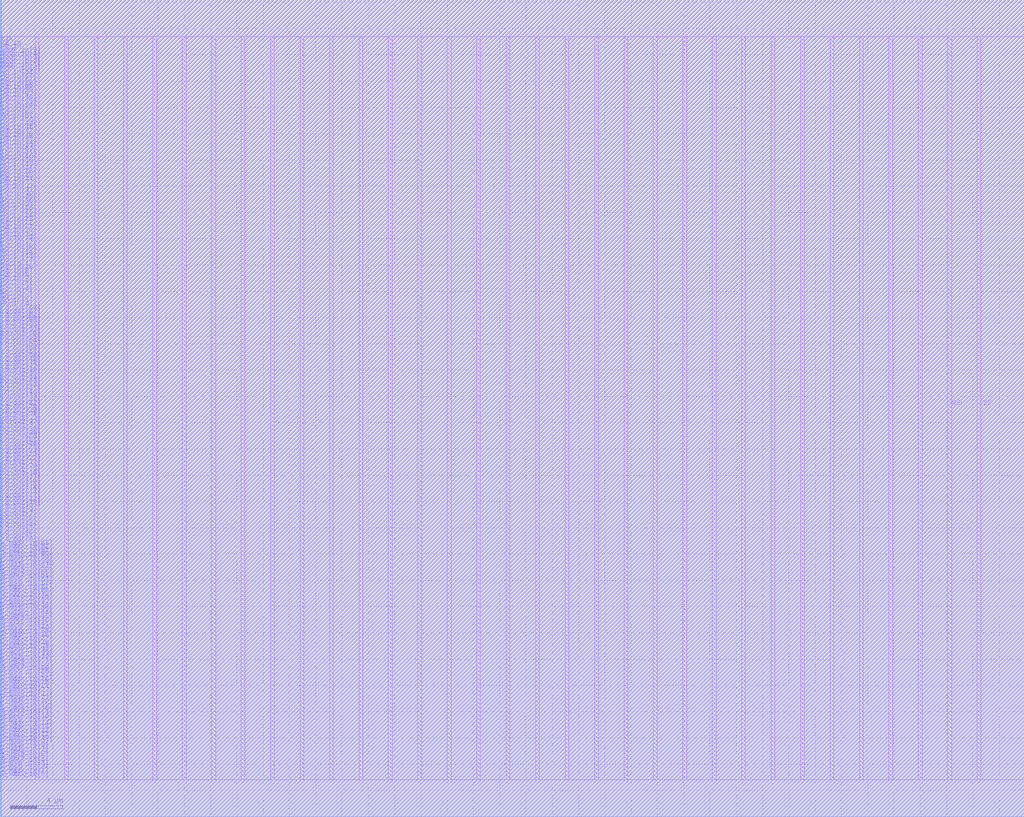
<source format=lef>
VERSION 5.7 ;
BUSBITCHARS "[]" ;
MACRO fakeram45_64x64_upper
  FOREIGN fakeram45_64x64_upper 0 0 ;
  SYMMETRY X Y R90 ;
  SIZE 77.900 BY 62.200 ;
  CLASS BLOCK ;
  PIN w_mask_in[0]
    DIRECTION INPUT ;
    USE SIGNAL ;
    SHAPE ABUTMENT ;
    PORT
      LAYER M18 ;
      RECT 0.000 2.800 0.070 2.870 ;
    END
  END w_mask_in[0]
  PIN w_mask_in[1]
    DIRECTION INPUT ;
    USE SIGNAL ;
    SHAPE ABUTMENT ;
    PORT
      LAYER M18 ;
      RECT 0.000 3.080 0.070 3.150 ;
    END
  END w_mask_in[1]
  PIN w_mask_in[2]
    DIRECTION INPUT ;
    USE SIGNAL ;
    SHAPE ABUTMENT ;
    PORT
      LAYER M18 ;
      RECT 0.000 3.360 0.070 3.430 ;
    END
  END w_mask_in[2]
  PIN w_mask_in[3]
    DIRECTION INPUT ;
    USE SIGNAL ;
    SHAPE ABUTMENT ;
    PORT
      LAYER M18 ;
      RECT 0.000 3.640 0.070 3.710 ;
    END
  END w_mask_in[3]
  PIN w_mask_in[4]
    DIRECTION INPUT ;
    USE SIGNAL ;
    SHAPE ABUTMENT ;
    PORT
      LAYER M18 ;
      RECT 0.000 3.920 0.070 3.990 ;
    END
  END w_mask_in[4]
  PIN w_mask_in[5]
    DIRECTION INPUT ;
    USE SIGNAL ;
    SHAPE ABUTMENT ;
    PORT
      LAYER M18 ;
      RECT 0.000 4.200 0.070 4.270 ;
    END
  END w_mask_in[5]
  PIN w_mask_in[6]
    DIRECTION INPUT ;
    USE SIGNAL ;
    SHAPE ABUTMENT ;
    PORT
      LAYER M18 ;
      RECT 0.000 4.480 0.070 4.550 ;
    END
  END w_mask_in[6]
  PIN w_mask_in[7]
    DIRECTION INPUT ;
    USE SIGNAL ;
    SHAPE ABUTMENT ;
    PORT
      LAYER M18 ;
      RECT 0.000 4.760 0.070 4.830 ;
    END
  END w_mask_in[7]
  PIN w_mask_in[8]
    DIRECTION INPUT ;
    USE SIGNAL ;
    SHAPE ABUTMENT ;
    PORT
      LAYER M18 ;
      RECT 0.000 5.040 0.070 5.110 ;
    END
  END w_mask_in[8]
  PIN w_mask_in[9]
    DIRECTION INPUT ;
    USE SIGNAL ;
    SHAPE ABUTMENT ;
    PORT
      LAYER M18 ;
      RECT 0.000 5.320 0.070 5.390 ;
    END
  END w_mask_in[9]
  PIN w_mask_in[10]
    DIRECTION INPUT ;
    USE SIGNAL ;
    SHAPE ABUTMENT ;
    PORT
      LAYER M18 ;
      RECT 0.000 5.600 0.070 5.670 ;
    END
  END w_mask_in[10]
  PIN w_mask_in[11]
    DIRECTION INPUT ;
    USE SIGNAL ;
    SHAPE ABUTMENT ;
    PORT
      LAYER M18 ;
      RECT 0.000 5.880 0.070 5.950 ;
    END
  END w_mask_in[11]
  PIN w_mask_in[12]
    DIRECTION INPUT ;
    USE SIGNAL ;
    SHAPE ABUTMENT ;
    PORT
      LAYER M18 ;
      RECT 0.000 6.160 0.070 6.230 ;
    END
  END w_mask_in[12]
  PIN w_mask_in[13]
    DIRECTION INPUT ;
    USE SIGNAL ;
    SHAPE ABUTMENT ;
    PORT
      LAYER M18 ;
      RECT 0.000 6.440 0.070 6.510 ;
    END
  END w_mask_in[13]
  PIN w_mask_in[14]
    DIRECTION INPUT ;
    USE SIGNAL ;
    SHAPE ABUTMENT ;
    PORT
      LAYER M18 ;
      RECT 0.000 6.720 0.070 6.790 ;
    END
  END w_mask_in[14]
  PIN w_mask_in[15]
    DIRECTION INPUT ;
    USE SIGNAL ;
    SHAPE ABUTMENT ;
    PORT
      LAYER M18 ;
      RECT 0.000 7.000 0.070 7.070 ;
    END
  END w_mask_in[15]
  PIN w_mask_in[16]
    DIRECTION INPUT ;
    USE SIGNAL ;
    SHAPE ABUTMENT ;
    PORT
      LAYER M18 ;
      RECT 0.000 7.280 0.070 7.350 ;
    END
  END w_mask_in[16]
  PIN w_mask_in[17]
    DIRECTION INPUT ;
    USE SIGNAL ;
    SHAPE ABUTMENT ;
    PORT
      LAYER M18 ;
      RECT 0.000 7.560 0.070 7.630 ;
    END
  END w_mask_in[17]
  PIN w_mask_in[18]
    DIRECTION INPUT ;
    USE SIGNAL ;
    SHAPE ABUTMENT ;
    PORT
      LAYER M18 ;
      RECT 0.000 7.840 0.070 7.910 ;
    END
  END w_mask_in[18]
  PIN w_mask_in[19]
    DIRECTION INPUT ;
    USE SIGNAL ;
    SHAPE ABUTMENT ;
    PORT
      LAYER M18 ;
      RECT 0.000 8.120 0.070 8.190 ;
    END
  END w_mask_in[19]
  PIN w_mask_in[20]
    DIRECTION INPUT ;
    USE SIGNAL ;
    SHAPE ABUTMENT ;
    PORT
      LAYER M18 ;
      RECT 0.000 8.400 0.070 8.470 ;
    END
  END w_mask_in[20]
  PIN w_mask_in[21]
    DIRECTION INPUT ;
    USE SIGNAL ;
    SHAPE ABUTMENT ;
    PORT
      LAYER M18 ;
      RECT 0.000 8.680 0.070 8.750 ;
    END
  END w_mask_in[21]
  PIN w_mask_in[22]
    DIRECTION INPUT ;
    USE SIGNAL ;
    SHAPE ABUTMENT ;
    PORT
      LAYER M18 ;
      RECT 0.000 8.960 0.070 9.030 ;
    END
  END w_mask_in[22]
  PIN w_mask_in[23]
    DIRECTION INPUT ;
    USE SIGNAL ;
    SHAPE ABUTMENT ;
    PORT
      LAYER M18 ;
      RECT 0.000 9.240 0.070 9.310 ;
    END
  END w_mask_in[23]
  PIN w_mask_in[24]
    DIRECTION INPUT ;
    USE SIGNAL ;
    SHAPE ABUTMENT ;
    PORT
      LAYER M18 ;
      RECT 0.000 9.520 0.070 9.590 ;
    END
  END w_mask_in[24]
  PIN w_mask_in[25]
    DIRECTION INPUT ;
    USE SIGNAL ;
    SHAPE ABUTMENT ;
    PORT
      LAYER M18 ;
      RECT 0.000 9.800 0.070 9.870 ;
    END
  END w_mask_in[25]
  PIN w_mask_in[26]
    DIRECTION INPUT ;
    USE SIGNAL ;
    SHAPE ABUTMENT ;
    PORT
      LAYER M18 ;
      RECT 0.000 10.080 0.070 10.150 ;
    END
  END w_mask_in[26]
  PIN w_mask_in[27]
    DIRECTION INPUT ;
    USE SIGNAL ;
    SHAPE ABUTMENT ;
    PORT
      LAYER M18 ;
      RECT 0.000 10.360 0.070 10.430 ;
    END
  END w_mask_in[27]
  PIN w_mask_in[28]
    DIRECTION INPUT ;
    USE SIGNAL ;
    SHAPE ABUTMENT ;
    PORT
      LAYER M18 ;
      RECT 0.000 10.640 0.070 10.710 ;
    END
  END w_mask_in[28]
  PIN w_mask_in[29]
    DIRECTION INPUT ;
    USE SIGNAL ;
    SHAPE ABUTMENT ;
    PORT
      LAYER M18 ;
      RECT 0.000 10.920 0.070 10.990 ;
    END
  END w_mask_in[29]
  PIN w_mask_in[30]
    DIRECTION INPUT ;
    USE SIGNAL ;
    SHAPE ABUTMENT ;
    PORT
      LAYER M18 ;
      RECT 0.000 11.200 0.070 11.270 ;
    END
  END w_mask_in[30]
  PIN w_mask_in[31]
    DIRECTION INPUT ;
    USE SIGNAL ;
    SHAPE ABUTMENT ;
    PORT
      LAYER M18 ;
      RECT 0.000 11.480 0.070 11.550 ;
    END
  END w_mask_in[31]
  PIN w_mask_in[32]
    DIRECTION INPUT ;
    USE SIGNAL ;
    SHAPE ABUTMENT ;
    PORT
      LAYER M18 ;
      RECT 0.000 11.760 0.070 11.830 ;
    END
  END w_mask_in[32]
  PIN w_mask_in[33]
    DIRECTION INPUT ;
    USE SIGNAL ;
    SHAPE ABUTMENT ;
    PORT
      LAYER M18 ;
      RECT 0.000 12.040 0.070 12.110 ;
    END
  END w_mask_in[33]
  PIN w_mask_in[34]
    DIRECTION INPUT ;
    USE SIGNAL ;
    SHAPE ABUTMENT ;
    PORT
      LAYER M18 ;
      RECT 0.000 12.320 0.070 12.390 ;
    END
  END w_mask_in[34]
  PIN w_mask_in[35]
    DIRECTION INPUT ;
    USE SIGNAL ;
    SHAPE ABUTMENT ;
    PORT
      LAYER M18 ;
      RECT 0.000 12.600 0.070 12.670 ;
    END
  END w_mask_in[35]
  PIN w_mask_in[36]
    DIRECTION INPUT ;
    USE SIGNAL ;
    SHAPE ABUTMENT ;
    PORT
      LAYER M18 ;
      RECT 0.000 12.880 0.070 12.950 ;
    END
  END w_mask_in[36]
  PIN w_mask_in[37]
    DIRECTION INPUT ;
    USE SIGNAL ;
    SHAPE ABUTMENT ;
    PORT
      LAYER M18 ;
      RECT 0.000 13.160 0.070 13.230 ;
    END
  END w_mask_in[37]
  PIN w_mask_in[38]
    DIRECTION INPUT ;
    USE SIGNAL ;
    SHAPE ABUTMENT ;
    PORT
      LAYER M18 ;
      RECT 0.000 13.440 0.070 13.510 ;
    END
  END w_mask_in[38]
  PIN w_mask_in[39]
    DIRECTION INPUT ;
    USE SIGNAL ;
    SHAPE ABUTMENT ;
    PORT
      LAYER M18 ;
      RECT 0.000 13.720 0.070 13.790 ;
    END
  END w_mask_in[39]
  PIN w_mask_in[40]
    DIRECTION INPUT ;
    USE SIGNAL ;
    SHAPE ABUTMENT ;
    PORT
      LAYER M18 ;
      RECT 0.000 14.000 0.070 14.070 ;
    END
  END w_mask_in[40]
  PIN w_mask_in[41]
    DIRECTION INPUT ;
    USE SIGNAL ;
    SHAPE ABUTMENT ;
    PORT
      LAYER M18 ;
      RECT 0.000 14.280 0.070 14.350 ;
    END
  END w_mask_in[41]
  PIN w_mask_in[42]
    DIRECTION INPUT ;
    USE SIGNAL ;
    SHAPE ABUTMENT ;
    PORT
      LAYER M18 ;
      RECT 0.000 14.560 0.070 14.630 ;
    END
  END w_mask_in[42]
  PIN w_mask_in[43]
    DIRECTION INPUT ;
    USE SIGNAL ;
    SHAPE ABUTMENT ;
    PORT
      LAYER M18 ;
      RECT 0.000 14.840 0.070 14.910 ;
    END
  END w_mask_in[43]
  PIN w_mask_in[44]
    DIRECTION INPUT ;
    USE SIGNAL ;
    SHAPE ABUTMENT ;
    PORT
      LAYER M18 ;
      RECT 0.000 15.120 0.070 15.190 ;
    END
  END w_mask_in[44]
  PIN w_mask_in[45]
    DIRECTION INPUT ;
    USE SIGNAL ;
    SHAPE ABUTMENT ;
    PORT
      LAYER M18 ;
      RECT 0.000 15.400 0.070 15.470 ;
    END
  END w_mask_in[45]
  PIN w_mask_in[46]
    DIRECTION INPUT ;
    USE SIGNAL ;
    SHAPE ABUTMENT ;
    PORT
      LAYER M18 ;
      RECT 0.000 15.680 0.070 15.750 ;
    END
  END w_mask_in[46]
  PIN w_mask_in[47]
    DIRECTION INPUT ;
    USE SIGNAL ;
    SHAPE ABUTMENT ;
    PORT
      LAYER M18 ;
      RECT 0.000 15.960 0.070 16.030 ;
    END
  END w_mask_in[47]
  PIN w_mask_in[48]
    DIRECTION INPUT ;
    USE SIGNAL ;
    SHAPE ABUTMENT ;
    PORT
      LAYER M18 ;
      RECT 0.000 16.240 0.070 16.310 ;
    END
  END w_mask_in[48]
  PIN w_mask_in[49]
    DIRECTION INPUT ;
    USE SIGNAL ;
    SHAPE ABUTMENT ;
    PORT
      LAYER M18 ;
      RECT 0.000 16.520 0.070 16.590 ;
    END
  END w_mask_in[49]
  PIN w_mask_in[50]
    DIRECTION INPUT ;
    USE SIGNAL ;
    SHAPE ABUTMENT ;
    PORT
      LAYER M18 ;
      RECT 0.000 16.800 0.070 16.870 ;
    END
  END w_mask_in[50]
  PIN w_mask_in[51]
    DIRECTION INPUT ;
    USE SIGNAL ;
    SHAPE ABUTMENT ;
    PORT
      LAYER M18 ;
      RECT 0.000 17.080 0.070 17.150 ;
    END
  END w_mask_in[51]
  PIN w_mask_in[52]
    DIRECTION INPUT ;
    USE SIGNAL ;
    SHAPE ABUTMENT ;
    PORT
      LAYER M18 ;
      RECT 0.000 17.360 0.070 17.430 ;
    END
  END w_mask_in[52]
  PIN w_mask_in[53]
    DIRECTION INPUT ;
    USE SIGNAL ;
    SHAPE ABUTMENT ;
    PORT
      LAYER M18 ;
      RECT 0.000 17.640 0.070 17.710 ;
    END
  END w_mask_in[53]
  PIN w_mask_in[54]
    DIRECTION INPUT ;
    USE SIGNAL ;
    SHAPE ABUTMENT ;
    PORT
      LAYER M18 ;
      RECT 0.000 17.920 0.070 17.990 ;
    END
  END w_mask_in[54]
  PIN w_mask_in[55]
    DIRECTION INPUT ;
    USE SIGNAL ;
    SHAPE ABUTMENT ;
    PORT
      LAYER M18 ;
      RECT 0.000 18.200 0.070 18.270 ;
    END
  END w_mask_in[55]
  PIN w_mask_in[56]
    DIRECTION INPUT ;
    USE SIGNAL ;
    SHAPE ABUTMENT ;
    PORT
      LAYER M18 ;
      RECT 0.000 18.480 0.070 18.550 ;
    END
  END w_mask_in[56]
  PIN w_mask_in[57]
    DIRECTION INPUT ;
    USE SIGNAL ;
    SHAPE ABUTMENT ;
    PORT
      LAYER M18 ;
      RECT 0.000 18.760 0.070 18.830 ;
    END
  END w_mask_in[57]
  PIN w_mask_in[58]
    DIRECTION INPUT ;
    USE SIGNAL ;
    SHAPE ABUTMENT ;
    PORT
      LAYER M18 ;
      RECT 0.000 19.040 0.070 19.110 ;
    END
  END w_mask_in[58]
  PIN w_mask_in[59]
    DIRECTION INPUT ;
    USE SIGNAL ;
    SHAPE ABUTMENT ;
    PORT
      LAYER M18 ;
      RECT 0.000 19.320 0.070 19.390 ;
    END
  END w_mask_in[59]
  PIN w_mask_in[60]
    DIRECTION INPUT ;
    USE SIGNAL ;
    SHAPE ABUTMENT ;
    PORT
      LAYER M18 ;
      RECT 0.000 19.600 0.070 19.670 ;
    END
  END w_mask_in[60]
  PIN w_mask_in[61]
    DIRECTION INPUT ;
    USE SIGNAL ;
    SHAPE ABUTMENT ;
    PORT
      LAYER M18 ;
      RECT 0.000 19.880 0.070 19.950 ;
    END
  END w_mask_in[61]
  PIN w_mask_in[62]
    DIRECTION INPUT ;
    USE SIGNAL ;
    SHAPE ABUTMENT ;
    PORT
      LAYER M18 ;
      RECT 0.000 20.160 0.070 20.230 ;
    END
  END w_mask_in[62]
  PIN w_mask_in[63]
    DIRECTION INPUT ;
    USE SIGNAL ;
    SHAPE ABUTMENT ;
    PORT
      LAYER M18 ;
      RECT 0.000 20.440 0.070 20.510 ;
    END
  END w_mask_in[63]
  PIN rd_out[0]
    DIRECTION OUTPUT ;
    USE SIGNAL ;
    SHAPE ABUTMENT ;
    PORT
      LAYER M18 ;
      RECT 0.000 20.720 0.070 20.790 ;
    END
  END rd_out[0]
  PIN rd_out[1]
    DIRECTION OUTPUT ;
    USE SIGNAL ;
    SHAPE ABUTMENT ;
    PORT
      LAYER M18 ;
      RECT 0.000 21.000 0.070 21.070 ;
    END
  END rd_out[1]
  PIN rd_out[2]
    DIRECTION OUTPUT ;
    USE SIGNAL ;
    SHAPE ABUTMENT ;
    PORT
      LAYER M18 ;
      RECT 0.000 21.280 0.070 21.350 ;
    END
  END rd_out[2]
  PIN rd_out[3]
    DIRECTION OUTPUT ;
    USE SIGNAL ;
    SHAPE ABUTMENT ;
    PORT
      LAYER M18 ;
      RECT 0.000 21.560 0.070 21.630 ;
    END
  END rd_out[3]
  PIN rd_out[4]
    DIRECTION OUTPUT ;
    USE SIGNAL ;
    SHAPE ABUTMENT ;
    PORT
      LAYER M18 ;
      RECT 0.000 21.840 0.070 21.910 ;
    END
  END rd_out[4]
  PIN rd_out[5]
    DIRECTION OUTPUT ;
    USE SIGNAL ;
    SHAPE ABUTMENT ;
    PORT
      LAYER M18 ;
      RECT 0.000 22.120 0.070 22.190 ;
    END
  END rd_out[5]
  PIN rd_out[6]
    DIRECTION OUTPUT ;
    USE SIGNAL ;
    SHAPE ABUTMENT ;
    PORT
      LAYER M18 ;
      RECT 0.000 22.400 0.070 22.470 ;
    END
  END rd_out[6]
  PIN rd_out[7]
    DIRECTION OUTPUT ;
    USE SIGNAL ;
    SHAPE ABUTMENT ;
    PORT
      LAYER M18 ;
      RECT 0.000 22.680 0.070 22.750 ;
    END
  END rd_out[7]
  PIN rd_out[8]
    DIRECTION OUTPUT ;
    USE SIGNAL ;
    SHAPE ABUTMENT ;
    PORT
      LAYER M18 ;
      RECT 0.000 22.960 0.070 23.030 ;
    END
  END rd_out[8]
  PIN rd_out[9]
    DIRECTION OUTPUT ;
    USE SIGNAL ;
    SHAPE ABUTMENT ;
    PORT
      LAYER M18 ;
      RECT 0.000 23.240 0.070 23.310 ;
    END
  END rd_out[9]
  PIN rd_out[10]
    DIRECTION OUTPUT ;
    USE SIGNAL ;
    SHAPE ABUTMENT ;
    PORT
      LAYER M18 ;
      RECT 0.000 23.520 0.070 23.590 ;
    END
  END rd_out[10]
  PIN rd_out[11]
    DIRECTION OUTPUT ;
    USE SIGNAL ;
    SHAPE ABUTMENT ;
    PORT
      LAYER M18 ;
      RECT 0.000 23.800 0.070 23.870 ;
    END
  END rd_out[11]
  PIN rd_out[12]
    DIRECTION OUTPUT ;
    USE SIGNAL ;
    SHAPE ABUTMENT ;
    PORT
      LAYER M18 ;
      RECT 0.000 24.080 0.070 24.150 ;
    END
  END rd_out[12]
  PIN rd_out[13]
    DIRECTION OUTPUT ;
    USE SIGNAL ;
    SHAPE ABUTMENT ;
    PORT
      LAYER M18 ;
      RECT 0.000 24.360 0.070 24.430 ;
    END
  END rd_out[13]
  PIN rd_out[14]
    DIRECTION OUTPUT ;
    USE SIGNAL ;
    SHAPE ABUTMENT ;
    PORT
      LAYER M18 ;
      RECT 0.000 24.640 0.070 24.710 ;
    END
  END rd_out[14]
  PIN rd_out[15]
    DIRECTION OUTPUT ;
    USE SIGNAL ;
    SHAPE ABUTMENT ;
    PORT
      LAYER M18 ;
      RECT 0.000 24.920 0.070 24.990 ;
    END
  END rd_out[15]
  PIN rd_out[16]
    DIRECTION OUTPUT ;
    USE SIGNAL ;
    SHAPE ABUTMENT ;
    PORT
      LAYER M18 ;
      RECT 0.000 25.200 0.070 25.270 ;
    END
  END rd_out[16]
  PIN rd_out[17]
    DIRECTION OUTPUT ;
    USE SIGNAL ;
    SHAPE ABUTMENT ;
    PORT
      LAYER M18 ;
      RECT 0.000 25.480 0.070 25.550 ;
    END
  END rd_out[17]
  PIN rd_out[18]
    DIRECTION OUTPUT ;
    USE SIGNAL ;
    SHAPE ABUTMENT ;
    PORT
      LAYER M18 ;
      RECT 0.000 25.760 0.070 25.830 ;
    END
  END rd_out[18]
  PIN rd_out[19]
    DIRECTION OUTPUT ;
    USE SIGNAL ;
    SHAPE ABUTMENT ;
    PORT
      LAYER M18 ;
      RECT 0.000 26.040 0.070 26.110 ;
    END
  END rd_out[19]
  PIN rd_out[20]
    DIRECTION OUTPUT ;
    USE SIGNAL ;
    SHAPE ABUTMENT ;
    PORT
      LAYER M18 ;
      RECT 0.000 26.320 0.070 26.390 ;
    END
  END rd_out[20]
  PIN rd_out[21]
    DIRECTION OUTPUT ;
    USE SIGNAL ;
    SHAPE ABUTMENT ;
    PORT
      LAYER M18 ;
      RECT 0.000 26.600 0.070 26.670 ;
    END
  END rd_out[21]
  PIN rd_out[22]
    DIRECTION OUTPUT ;
    USE SIGNAL ;
    SHAPE ABUTMENT ;
    PORT
      LAYER M18 ;
      RECT 0.000 26.880 0.070 26.950 ;
    END
  END rd_out[22]
  PIN rd_out[23]
    DIRECTION OUTPUT ;
    USE SIGNAL ;
    SHAPE ABUTMENT ;
    PORT
      LAYER M18 ;
      RECT 0.000 27.160 0.070 27.230 ;
    END
  END rd_out[23]
  PIN rd_out[24]
    DIRECTION OUTPUT ;
    USE SIGNAL ;
    SHAPE ABUTMENT ;
    PORT
      LAYER M18 ;
      RECT 0.000 27.440 0.070 27.510 ;
    END
  END rd_out[24]
  PIN rd_out[25]
    DIRECTION OUTPUT ;
    USE SIGNAL ;
    SHAPE ABUTMENT ;
    PORT
      LAYER M18 ;
      RECT 0.000 27.720 0.070 27.790 ;
    END
  END rd_out[25]
  PIN rd_out[26]
    DIRECTION OUTPUT ;
    USE SIGNAL ;
    SHAPE ABUTMENT ;
    PORT
      LAYER M18 ;
      RECT 0.000 28.000 0.070 28.070 ;
    END
  END rd_out[26]
  PIN rd_out[27]
    DIRECTION OUTPUT ;
    USE SIGNAL ;
    SHAPE ABUTMENT ;
    PORT
      LAYER M18 ;
      RECT 0.000 28.280 0.070 28.350 ;
    END
  END rd_out[27]
  PIN rd_out[28]
    DIRECTION OUTPUT ;
    USE SIGNAL ;
    SHAPE ABUTMENT ;
    PORT
      LAYER M18 ;
      RECT 0.000 28.560 0.070 28.630 ;
    END
  END rd_out[28]
  PIN rd_out[29]
    DIRECTION OUTPUT ;
    USE SIGNAL ;
    SHAPE ABUTMENT ;
    PORT
      LAYER M18 ;
      RECT 0.000 28.840 0.070 28.910 ;
    END
  END rd_out[29]
  PIN rd_out[30]
    DIRECTION OUTPUT ;
    USE SIGNAL ;
    SHAPE ABUTMENT ;
    PORT
      LAYER M18 ;
      RECT 0.000 29.120 0.070 29.190 ;
    END
  END rd_out[30]
  PIN rd_out[31]
    DIRECTION OUTPUT ;
    USE SIGNAL ;
    SHAPE ABUTMENT ;
    PORT
      LAYER M18 ;
      RECT 0.000 29.400 0.070 29.470 ;
    END
  END rd_out[31]
  PIN rd_out[32]
    DIRECTION OUTPUT ;
    USE SIGNAL ;
    SHAPE ABUTMENT ;
    PORT
      LAYER M18 ;
      RECT 0.000 29.680 0.070 29.750 ;
    END
  END rd_out[32]
  PIN rd_out[33]
    DIRECTION OUTPUT ;
    USE SIGNAL ;
    SHAPE ABUTMENT ;
    PORT
      LAYER M18 ;
      RECT 0.000 29.960 0.070 30.030 ;
    END
  END rd_out[33]
  PIN rd_out[34]
    DIRECTION OUTPUT ;
    USE SIGNAL ;
    SHAPE ABUTMENT ;
    PORT
      LAYER M18 ;
      RECT 0.000 30.240 0.070 30.310 ;
    END
  END rd_out[34]
  PIN rd_out[35]
    DIRECTION OUTPUT ;
    USE SIGNAL ;
    SHAPE ABUTMENT ;
    PORT
      LAYER M18 ;
      RECT 0.000 30.520 0.070 30.590 ;
    END
  END rd_out[35]
  PIN rd_out[36]
    DIRECTION OUTPUT ;
    USE SIGNAL ;
    SHAPE ABUTMENT ;
    PORT
      LAYER M18 ;
      RECT 0.000 30.800 0.070 30.870 ;
    END
  END rd_out[36]
  PIN rd_out[37]
    DIRECTION OUTPUT ;
    USE SIGNAL ;
    SHAPE ABUTMENT ;
    PORT
      LAYER M18 ;
      RECT 0.000 31.080 0.070 31.150 ;
    END
  END rd_out[37]
  PIN rd_out[38]
    DIRECTION OUTPUT ;
    USE SIGNAL ;
    SHAPE ABUTMENT ;
    PORT
      LAYER M18 ;
      RECT 0.000 31.360 0.070 31.430 ;
    END
  END rd_out[38]
  PIN rd_out[39]
    DIRECTION OUTPUT ;
    USE SIGNAL ;
    SHAPE ABUTMENT ;
    PORT
      LAYER M18 ;
      RECT 0.000 31.640 0.070 31.710 ;
    END
  END rd_out[39]
  PIN rd_out[40]
    DIRECTION OUTPUT ;
    USE SIGNAL ;
    SHAPE ABUTMENT ;
    PORT
      LAYER M18 ;
      RECT 0.000 31.920 0.070 31.990 ;
    END
  END rd_out[40]
  PIN rd_out[41]
    DIRECTION OUTPUT ;
    USE SIGNAL ;
    SHAPE ABUTMENT ;
    PORT
      LAYER M18 ;
      RECT 0.000 32.200 0.070 32.270 ;
    END
  END rd_out[41]
  PIN rd_out[42]
    DIRECTION OUTPUT ;
    USE SIGNAL ;
    SHAPE ABUTMENT ;
    PORT
      LAYER M18 ;
      RECT 0.000 32.480 0.070 32.550 ;
    END
  END rd_out[42]
  PIN rd_out[43]
    DIRECTION OUTPUT ;
    USE SIGNAL ;
    SHAPE ABUTMENT ;
    PORT
      LAYER M18 ;
      RECT 0.000 32.760 0.070 32.830 ;
    END
  END rd_out[43]
  PIN rd_out[44]
    DIRECTION OUTPUT ;
    USE SIGNAL ;
    SHAPE ABUTMENT ;
    PORT
      LAYER M18 ;
      RECT 0.000 33.040 0.070 33.110 ;
    END
  END rd_out[44]
  PIN rd_out[45]
    DIRECTION OUTPUT ;
    USE SIGNAL ;
    SHAPE ABUTMENT ;
    PORT
      LAYER M18 ;
      RECT 0.000 33.320 0.070 33.390 ;
    END
  END rd_out[45]
  PIN rd_out[46]
    DIRECTION OUTPUT ;
    USE SIGNAL ;
    SHAPE ABUTMENT ;
    PORT
      LAYER M18 ;
      RECT 0.000 33.600 0.070 33.670 ;
    END
  END rd_out[46]
  PIN rd_out[47]
    DIRECTION OUTPUT ;
    USE SIGNAL ;
    SHAPE ABUTMENT ;
    PORT
      LAYER M18 ;
      RECT 0.000 33.880 0.070 33.950 ;
    END
  END rd_out[47]
  PIN rd_out[48]
    DIRECTION OUTPUT ;
    USE SIGNAL ;
    SHAPE ABUTMENT ;
    PORT
      LAYER M18 ;
      RECT 0.000 34.160 0.070 34.230 ;
    END
  END rd_out[48]
  PIN rd_out[49]
    DIRECTION OUTPUT ;
    USE SIGNAL ;
    SHAPE ABUTMENT ;
    PORT
      LAYER M18 ;
      RECT 0.000 34.440 0.070 34.510 ;
    END
  END rd_out[49]
  PIN rd_out[50]
    DIRECTION OUTPUT ;
    USE SIGNAL ;
    SHAPE ABUTMENT ;
    PORT
      LAYER M18 ;
      RECT 0.000 34.720 0.070 34.790 ;
    END
  END rd_out[50]
  PIN rd_out[51]
    DIRECTION OUTPUT ;
    USE SIGNAL ;
    SHAPE ABUTMENT ;
    PORT
      LAYER M18 ;
      RECT 0.000 35.000 0.070 35.070 ;
    END
  END rd_out[51]
  PIN rd_out[52]
    DIRECTION OUTPUT ;
    USE SIGNAL ;
    SHAPE ABUTMENT ;
    PORT
      LAYER M18 ;
      RECT 0.000 35.280 0.070 35.350 ;
    END
  END rd_out[52]
  PIN rd_out[53]
    DIRECTION OUTPUT ;
    USE SIGNAL ;
    SHAPE ABUTMENT ;
    PORT
      LAYER M18 ;
      RECT 0.000 35.560 0.070 35.630 ;
    END
  END rd_out[53]
  PIN rd_out[54]
    DIRECTION OUTPUT ;
    USE SIGNAL ;
    SHAPE ABUTMENT ;
    PORT
      LAYER M18 ;
      RECT 0.000 35.840 0.070 35.910 ;
    END
  END rd_out[54]
  PIN rd_out[55]
    DIRECTION OUTPUT ;
    USE SIGNAL ;
    SHAPE ABUTMENT ;
    PORT
      LAYER M18 ;
      RECT 0.000 36.120 0.070 36.190 ;
    END
  END rd_out[55]
  PIN rd_out[56]
    DIRECTION OUTPUT ;
    USE SIGNAL ;
    SHAPE ABUTMENT ;
    PORT
      LAYER M18 ;
      RECT 0.000 36.400 0.070 36.470 ;
    END
  END rd_out[56]
  PIN rd_out[57]
    DIRECTION OUTPUT ;
    USE SIGNAL ;
    SHAPE ABUTMENT ;
    PORT
      LAYER M18 ;
      RECT 0.000 36.680 0.070 36.750 ;
    END
  END rd_out[57]
  PIN rd_out[58]
    DIRECTION OUTPUT ;
    USE SIGNAL ;
    SHAPE ABUTMENT ;
    PORT
      LAYER M18 ;
      RECT 0.000 36.960 0.070 37.030 ;
    END
  END rd_out[58]
  PIN rd_out[59]
    DIRECTION OUTPUT ;
    USE SIGNAL ;
    SHAPE ABUTMENT ;
    PORT
      LAYER M18 ;
      RECT 0.000 37.240 0.070 37.310 ;
    END
  END rd_out[59]
  PIN rd_out[60]
    DIRECTION OUTPUT ;
    USE SIGNAL ;
    SHAPE ABUTMENT ;
    PORT
      LAYER M18 ;
      RECT 0.000 37.520 0.070 37.590 ;
    END
  END rd_out[60]
  PIN rd_out[61]
    DIRECTION OUTPUT ;
    USE SIGNAL ;
    SHAPE ABUTMENT ;
    PORT
      LAYER M18 ;
      RECT 0.000 37.800 0.070 37.870 ;
    END
  END rd_out[61]
  PIN rd_out[62]
    DIRECTION OUTPUT ;
    USE SIGNAL ;
    SHAPE ABUTMENT ;
    PORT
      LAYER M18 ;
      RECT 0.000 38.080 0.070 38.150 ;
    END
  END rd_out[62]
  PIN rd_out[63]
    DIRECTION OUTPUT ;
    USE SIGNAL ;
    SHAPE ABUTMENT ;
    PORT
      LAYER M18 ;
      RECT 0.000 38.360 0.070 38.430 ;
    END
  END rd_out[63]
  PIN wd_in[0]
    DIRECTION INPUT ;
    USE SIGNAL ;
    SHAPE ABUTMENT ;
    PORT
      LAYER M18 ;
      RECT 0.000 38.640 0.070 38.710 ;
    END
  END wd_in[0]
  PIN wd_in[1]
    DIRECTION INPUT ;
    USE SIGNAL ;
    SHAPE ABUTMENT ;
    PORT
      LAYER M18 ;
      RECT 0.000 38.920 0.070 38.990 ;
    END
  END wd_in[1]
  PIN wd_in[2]
    DIRECTION INPUT ;
    USE SIGNAL ;
    SHAPE ABUTMENT ;
    PORT
      LAYER M18 ;
      RECT 0.000 39.200 0.070 39.270 ;
    END
  END wd_in[2]
  PIN wd_in[3]
    DIRECTION INPUT ;
    USE SIGNAL ;
    SHAPE ABUTMENT ;
    PORT
      LAYER M18 ;
      RECT 0.000 39.480 0.070 39.550 ;
    END
  END wd_in[3]
  PIN wd_in[4]
    DIRECTION INPUT ;
    USE SIGNAL ;
    SHAPE ABUTMENT ;
    PORT
      LAYER M18 ;
      RECT 0.000 39.760 0.070 39.830 ;
    END
  END wd_in[4]
  PIN wd_in[5]
    DIRECTION INPUT ;
    USE SIGNAL ;
    SHAPE ABUTMENT ;
    PORT
      LAYER M18 ;
      RECT 0.000 40.040 0.070 40.110 ;
    END
  END wd_in[5]
  PIN wd_in[6]
    DIRECTION INPUT ;
    USE SIGNAL ;
    SHAPE ABUTMENT ;
    PORT
      LAYER M18 ;
      RECT 0.000 40.320 0.070 40.390 ;
    END
  END wd_in[6]
  PIN wd_in[7]
    DIRECTION INPUT ;
    USE SIGNAL ;
    SHAPE ABUTMENT ;
    PORT
      LAYER M18 ;
      RECT 0.000 40.600 0.070 40.670 ;
    END
  END wd_in[7]
  PIN wd_in[8]
    DIRECTION INPUT ;
    USE SIGNAL ;
    SHAPE ABUTMENT ;
    PORT
      LAYER M18 ;
      RECT 0.000 40.880 0.070 40.950 ;
    END
  END wd_in[8]
  PIN wd_in[9]
    DIRECTION INPUT ;
    USE SIGNAL ;
    SHAPE ABUTMENT ;
    PORT
      LAYER M18 ;
      RECT 0.000 41.160 0.070 41.230 ;
    END
  END wd_in[9]
  PIN wd_in[10]
    DIRECTION INPUT ;
    USE SIGNAL ;
    SHAPE ABUTMENT ;
    PORT
      LAYER M18 ;
      RECT 0.000 41.440 0.070 41.510 ;
    END
  END wd_in[10]
  PIN wd_in[11]
    DIRECTION INPUT ;
    USE SIGNAL ;
    SHAPE ABUTMENT ;
    PORT
      LAYER M18 ;
      RECT 0.000 41.720 0.070 41.790 ;
    END
  END wd_in[11]
  PIN wd_in[12]
    DIRECTION INPUT ;
    USE SIGNAL ;
    SHAPE ABUTMENT ;
    PORT
      LAYER M18 ;
      RECT 0.000 42.000 0.070 42.070 ;
    END
  END wd_in[12]
  PIN wd_in[13]
    DIRECTION INPUT ;
    USE SIGNAL ;
    SHAPE ABUTMENT ;
    PORT
      LAYER M18 ;
      RECT 0.000 42.280 0.070 42.350 ;
    END
  END wd_in[13]
  PIN wd_in[14]
    DIRECTION INPUT ;
    USE SIGNAL ;
    SHAPE ABUTMENT ;
    PORT
      LAYER M18 ;
      RECT 0.000 42.560 0.070 42.630 ;
    END
  END wd_in[14]
  PIN wd_in[15]
    DIRECTION INPUT ;
    USE SIGNAL ;
    SHAPE ABUTMENT ;
    PORT
      LAYER M18 ;
      RECT 0.000 42.840 0.070 42.910 ;
    END
  END wd_in[15]
  PIN wd_in[16]
    DIRECTION INPUT ;
    USE SIGNAL ;
    SHAPE ABUTMENT ;
    PORT
      LAYER M18 ;
      RECT 0.000 43.120 0.070 43.190 ;
    END
  END wd_in[16]
  PIN wd_in[17]
    DIRECTION INPUT ;
    USE SIGNAL ;
    SHAPE ABUTMENT ;
    PORT
      LAYER M18 ;
      RECT 0.000 43.400 0.070 43.470 ;
    END
  END wd_in[17]
  PIN wd_in[18]
    DIRECTION INPUT ;
    USE SIGNAL ;
    SHAPE ABUTMENT ;
    PORT
      LAYER M18 ;
      RECT 0.000 43.680 0.070 43.750 ;
    END
  END wd_in[18]
  PIN wd_in[19]
    DIRECTION INPUT ;
    USE SIGNAL ;
    SHAPE ABUTMENT ;
    PORT
      LAYER M18 ;
      RECT 0.000 43.960 0.070 44.030 ;
    END
  END wd_in[19]
  PIN wd_in[20]
    DIRECTION INPUT ;
    USE SIGNAL ;
    SHAPE ABUTMENT ;
    PORT
      LAYER M18 ;
      RECT 0.000 44.240 0.070 44.310 ;
    END
  END wd_in[20]
  PIN wd_in[21]
    DIRECTION INPUT ;
    USE SIGNAL ;
    SHAPE ABUTMENT ;
    PORT
      LAYER M18 ;
      RECT 0.000 44.520 0.070 44.590 ;
    END
  END wd_in[21]
  PIN wd_in[22]
    DIRECTION INPUT ;
    USE SIGNAL ;
    SHAPE ABUTMENT ;
    PORT
      LAYER M18 ;
      RECT 0.000 44.800 0.070 44.870 ;
    END
  END wd_in[22]
  PIN wd_in[23]
    DIRECTION INPUT ;
    USE SIGNAL ;
    SHAPE ABUTMENT ;
    PORT
      LAYER M18 ;
      RECT 0.000 45.080 0.070 45.150 ;
    END
  END wd_in[23]
  PIN wd_in[24]
    DIRECTION INPUT ;
    USE SIGNAL ;
    SHAPE ABUTMENT ;
    PORT
      LAYER M18 ;
      RECT 0.000 45.360 0.070 45.430 ;
    END
  END wd_in[24]
  PIN wd_in[25]
    DIRECTION INPUT ;
    USE SIGNAL ;
    SHAPE ABUTMENT ;
    PORT
      LAYER M18 ;
      RECT 0.000 45.640 0.070 45.710 ;
    END
  END wd_in[25]
  PIN wd_in[26]
    DIRECTION INPUT ;
    USE SIGNAL ;
    SHAPE ABUTMENT ;
    PORT
      LAYER M18 ;
      RECT 0.000 45.920 0.070 45.990 ;
    END
  END wd_in[26]
  PIN wd_in[27]
    DIRECTION INPUT ;
    USE SIGNAL ;
    SHAPE ABUTMENT ;
    PORT
      LAYER M18 ;
      RECT 0.000 46.200 0.070 46.270 ;
    END
  END wd_in[27]
  PIN wd_in[28]
    DIRECTION INPUT ;
    USE SIGNAL ;
    SHAPE ABUTMENT ;
    PORT
      LAYER M18 ;
      RECT 0.000 46.480 0.070 46.550 ;
    END
  END wd_in[28]
  PIN wd_in[29]
    DIRECTION INPUT ;
    USE SIGNAL ;
    SHAPE ABUTMENT ;
    PORT
      LAYER M18 ;
      RECT 0.000 46.760 0.070 46.830 ;
    END
  END wd_in[29]
  PIN wd_in[30]
    DIRECTION INPUT ;
    USE SIGNAL ;
    SHAPE ABUTMENT ;
    PORT
      LAYER M18 ;
      RECT 0.000 47.040 0.070 47.110 ;
    END
  END wd_in[30]
  PIN wd_in[31]
    DIRECTION INPUT ;
    USE SIGNAL ;
    SHAPE ABUTMENT ;
    PORT
      LAYER M18 ;
      RECT 0.000 47.320 0.070 47.390 ;
    END
  END wd_in[31]
  PIN wd_in[32]
    DIRECTION INPUT ;
    USE SIGNAL ;
    SHAPE ABUTMENT ;
    PORT
      LAYER M18 ;
      RECT 0.000 47.600 0.070 47.670 ;
    END
  END wd_in[32]
  PIN wd_in[33]
    DIRECTION INPUT ;
    USE SIGNAL ;
    SHAPE ABUTMENT ;
    PORT
      LAYER M18 ;
      RECT 0.000 47.880 0.070 47.950 ;
    END
  END wd_in[33]
  PIN wd_in[34]
    DIRECTION INPUT ;
    USE SIGNAL ;
    SHAPE ABUTMENT ;
    PORT
      LAYER M18 ;
      RECT 0.000 48.160 0.070 48.230 ;
    END
  END wd_in[34]
  PIN wd_in[35]
    DIRECTION INPUT ;
    USE SIGNAL ;
    SHAPE ABUTMENT ;
    PORT
      LAYER M18 ;
      RECT 0.000 48.440 0.070 48.510 ;
    END
  END wd_in[35]
  PIN wd_in[36]
    DIRECTION INPUT ;
    USE SIGNAL ;
    SHAPE ABUTMENT ;
    PORT
      LAYER M18 ;
      RECT 0.000 48.720 0.070 48.790 ;
    END
  END wd_in[36]
  PIN wd_in[37]
    DIRECTION INPUT ;
    USE SIGNAL ;
    SHAPE ABUTMENT ;
    PORT
      LAYER M18 ;
      RECT 0.000 49.000 0.070 49.070 ;
    END
  END wd_in[37]
  PIN wd_in[38]
    DIRECTION INPUT ;
    USE SIGNAL ;
    SHAPE ABUTMENT ;
    PORT
      LAYER M18 ;
      RECT 0.000 49.280 0.070 49.350 ;
    END
  END wd_in[38]
  PIN wd_in[39]
    DIRECTION INPUT ;
    USE SIGNAL ;
    SHAPE ABUTMENT ;
    PORT
      LAYER M18 ;
      RECT 0.000 49.560 0.070 49.630 ;
    END
  END wd_in[39]
  PIN wd_in[40]
    DIRECTION INPUT ;
    USE SIGNAL ;
    SHAPE ABUTMENT ;
    PORT
      LAYER M18 ;
      RECT 0.000 49.840 0.070 49.910 ;
    END
  END wd_in[40]
  PIN wd_in[41]
    DIRECTION INPUT ;
    USE SIGNAL ;
    SHAPE ABUTMENT ;
    PORT
      LAYER M18 ;
      RECT 0.000 50.120 0.070 50.190 ;
    END
  END wd_in[41]
  PIN wd_in[42]
    DIRECTION INPUT ;
    USE SIGNAL ;
    SHAPE ABUTMENT ;
    PORT
      LAYER M18 ;
      RECT 0.000 50.400 0.070 50.470 ;
    END
  END wd_in[42]
  PIN wd_in[43]
    DIRECTION INPUT ;
    USE SIGNAL ;
    SHAPE ABUTMENT ;
    PORT
      LAYER M18 ;
      RECT 0.000 50.680 0.070 50.750 ;
    END
  END wd_in[43]
  PIN wd_in[44]
    DIRECTION INPUT ;
    USE SIGNAL ;
    SHAPE ABUTMENT ;
    PORT
      LAYER M18 ;
      RECT 0.000 50.960 0.070 51.030 ;
    END
  END wd_in[44]
  PIN wd_in[45]
    DIRECTION INPUT ;
    USE SIGNAL ;
    SHAPE ABUTMENT ;
    PORT
      LAYER M18 ;
      RECT 0.000 51.240 0.070 51.310 ;
    END
  END wd_in[45]
  PIN wd_in[46]
    DIRECTION INPUT ;
    USE SIGNAL ;
    SHAPE ABUTMENT ;
    PORT
      LAYER M18 ;
      RECT 0.000 51.520 0.070 51.590 ;
    END
  END wd_in[46]
  PIN wd_in[47]
    DIRECTION INPUT ;
    USE SIGNAL ;
    SHAPE ABUTMENT ;
    PORT
      LAYER M18 ;
      RECT 0.000 51.800 0.070 51.870 ;
    END
  END wd_in[47]
  PIN wd_in[48]
    DIRECTION INPUT ;
    USE SIGNAL ;
    SHAPE ABUTMENT ;
    PORT
      LAYER M18 ;
      RECT 0.000 52.080 0.070 52.150 ;
    END
  END wd_in[48]
  PIN wd_in[49]
    DIRECTION INPUT ;
    USE SIGNAL ;
    SHAPE ABUTMENT ;
    PORT
      LAYER M18 ;
      RECT 0.000 52.360 0.070 52.430 ;
    END
  END wd_in[49]
  PIN wd_in[50]
    DIRECTION INPUT ;
    USE SIGNAL ;
    SHAPE ABUTMENT ;
    PORT
      LAYER M18 ;
      RECT 0.000 52.640 0.070 52.710 ;
    END
  END wd_in[50]
  PIN wd_in[51]
    DIRECTION INPUT ;
    USE SIGNAL ;
    SHAPE ABUTMENT ;
    PORT
      LAYER M18 ;
      RECT 0.000 52.920 0.070 52.990 ;
    END
  END wd_in[51]
  PIN wd_in[52]
    DIRECTION INPUT ;
    USE SIGNAL ;
    SHAPE ABUTMENT ;
    PORT
      LAYER M18 ;
      RECT 0.000 53.200 0.070 53.270 ;
    END
  END wd_in[52]
  PIN wd_in[53]
    DIRECTION INPUT ;
    USE SIGNAL ;
    SHAPE ABUTMENT ;
    PORT
      LAYER M18 ;
      RECT 0.000 53.480 0.070 53.550 ;
    END
  END wd_in[53]
  PIN wd_in[54]
    DIRECTION INPUT ;
    USE SIGNAL ;
    SHAPE ABUTMENT ;
    PORT
      LAYER M18 ;
      RECT 0.000 53.760 0.070 53.830 ;
    END
  END wd_in[54]
  PIN wd_in[55]
    DIRECTION INPUT ;
    USE SIGNAL ;
    SHAPE ABUTMENT ;
    PORT
      LAYER M18 ;
      RECT 0.000 54.040 0.070 54.110 ;
    END
  END wd_in[55]
  PIN wd_in[56]
    DIRECTION INPUT ;
    USE SIGNAL ;
    SHAPE ABUTMENT ;
    PORT
      LAYER M18 ;
      RECT 0.000 54.320 0.070 54.390 ;
    END
  END wd_in[56]
  PIN wd_in[57]
    DIRECTION INPUT ;
    USE SIGNAL ;
    SHAPE ABUTMENT ;
    PORT
      LAYER M18 ;
      RECT 0.000 54.600 0.070 54.670 ;
    END
  END wd_in[57]
  PIN wd_in[58]
    DIRECTION INPUT ;
    USE SIGNAL ;
    SHAPE ABUTMENT ;
    PORT
      LAYER M18 ;
      RECT 0.000 54.880 0.070 54.950 ;
    END
  END wd_in[58]
  PIN wd_in[59]
    DIRECTION INPUT ;
    USE SIGNAL ;
    SHAPE ABUTMENT ;
    PORT
      LAYER M18 ;
      RECT 0.000 55.160 0.070 55.230 ;
    END
  END wd_in[59]
  PIN wd_in[60]
    DIRECTION INPUT ;
    USE SIGNAL ;
    SHAPE ABUTMENT ;
    PORT
      LAYER M18 ;
      RECT 0.000 55.440 0.070 55.510 ;
    END
  END wd_in[60]
  PIN wd_in[61]
    DIRECTION INPUT ;
    USE SIGNAL ;
    SHAPE ABUTMENT ;
    PORT
      LAYER M18 ;
      RECT 0.000 55.720 0.070 55.790 ;
    END
  END wd_in[61]
  PIN wd_in[62]
    DIRECTION INPUT ;
    USE SIGNAL ;
    SHAPE ABUTMENT ;
    PORT
      LAYER M18 ;
      RECT 0.000 56.000 0.070 56.070 ;
    END
  END wd_in[62]
  PIN wd_in[63]
    DIRECTION INPUT ;
    USE SIGNAL ;
    SHAPE ABUTMENT ;
    PORT
      LAYER M18 ;
      RECT 0.000 56.280 0.070 56.350 ;
    END
  END wd_in[63]
  PIN addr_in[0]
    DIRECTION INPUT ;
    USE SIGNAL ;
    SHAPE ABUTMENT ;
    PORT
      LAYER M18 ;
      RECT 0.000 56.560 0.070 56.630 ;
    END
  END addr_in[0]
  PIN addr_in[1]
    DIRECTION INPUT ;
    USE SIGNAL ;
    SHAPE ABUTMENT ;
    PORT
      LAYER M18 ;
      RECT 0.000 56.840 0.070 56.910 ;
    END
  END addr_in[1]
  PIN addr_in[2]
    DIRECTION INPUT ;
    USE SIGNAL ;
    SHAPE ABUTMENT ;
    PORT
      LAYER M18 ;
      RECT 0.000 57.120 0.070 57.190 ;
    END
  END addr_in[2]
  PIN addr_in[3]
    DIRECTION INPUT ;
    USE SIGNAL ;
    SHAPE ABUTMENT ;
    PORT
      LAYER M18 ;
      RECT 0.000 57.400 0.070 57.470 ;
    END
  END addr_in[3]
  PIN addr_in[4]
    DIRECTION INPUT ;
    USE SIGNAL ;
    SHAPE ABUTMENT ;
    PORT
      LAYER M18 ;
      RECT 0.000 57.680 0.070 57.750 ;
    END
  END addr_in[4]
  PIN addr_in[5]
    DIRECTION INPUT ;
    USE SIGNAL ;
    SHAPE ABUTMENT ;
    PORT
      LAYER M18 ;
      RECT 0.000 57.960 0.070 58.030 ;
    END
  END addr_in[5]
  PIN we_in
    DIRECTION INPUT ;
    USE SIGNAL ;
    SHAPE ABUTMENT ;
    PORT
      LAYER M18 ;
      RECT 0.000 58.240 0.070 58.310 ;
    END
  END we_in
  PIN ce_in
    DIRECTION INPUT ;
    USE SIGNAL ;
    SHAPE ABUTMENT ;
    PORT
      LAYER M18 ;
      RECT 0.000 58.520 0.070 58.590 ;
    END
  END ce_in
  PIN clk
    DIRECTION INPUT ;
    USE SIGNAL ;
    SHAPE ABUTMENT ;
    PORT
      LAYER M18 ;
      RECT 0.000 58.800 0.070 58.870 ;
    END
  END clk
  PIN VSS
    DIRECTION INOUT ;
    USE GROUND ;
    PORT
      LAYER M17 ;
      RECT 2.660 2.800 2.940 59.400 ;
      RECT 7.140 2.800 7.420 59.400 ;
      RECT 11.620 2.800 11.900 59.400 ;
      RECT 16.100 2.800 16.380 59.400 ;
      RECT 20.580 2.800 20.860 59.400 ;
      RECT 25.060 2.800 25.340 59.400 ;
      RECT 29.540 2.800 29.820 59.400 ;
      RECT 34.020 2.800 34.300 59.400 ;
      RECT 38.500 2.800 38.780 59.400 ;
      RECT 42.980 2.800 43.260 59.400 ;
      RECT 47.460 2.800 47.740 59.400 ;
      RECT 51.940 2.800 52.220 59.400 ;
      RECT 56.420 2.800 56.700 59.400 ;
      RECT 60.900 2.800 61.180 59.400 ;
      RECT 65.380 2.800 65.660 59.400 ;
      RECT 69.860 2.800 70.140 59.400 ;
      RECT 74.340 2.800 74.620 59.400 ;
    END
  END VSS
  PIN VDD
    DIRECTION INOUT ;
    USE POWER ;
    PORT
      LAYER M17 ;
      RECT 4.900 2.800 5.180 59.400 ;
      RECT 9.380 2.800 9.660 59.400 ;
      RECT 13.860 2.800 14.140 59.400 ;
      RECT 18.340 2.800 18.620 59.400 ;
      RECT 22.820 2.800 23.100 59.400 ;
      RECT 27.300 2.800 27.580 59.400 ;
      RECT 31.780 2.800 32.060 59.400 ;
      RECT 36.260 2.800 36.540 59.400 ;
      RECT 40.740 2.800 41.020 59.400 ;
      RECT 45.220 2.800 45.500 59.400 ;
      RECT 49.700 2.800 49.980 59.400 ;
      RECT 54.180 2.800 54.460 59.400 ;
      RECT 58.660 2.800 58.940 59.400 ;
      RECT 63.140 2.800 63.420 59.400 ;
      RECT 67.620 2.800 67.900 59.400 ;
      RECT 72.100 2.800 72.380 59.400 ;
    END
  END VDD
  OBS
    LAYER M20 ;
    RECT 0 0 77.900 62.200 ;
    LAYER M19 ;
    RECT 0 0 77.900 62.200 ;
    LAYER M18 ;
    RECT 0.070 0 77.900 62.200 ;
    RECT 0 0.000 0.070 2.800 ;
    RECT 0 2.870 0.070 3.080 ;
    RECT 0 3.150 0.070 3.360 ;
    RECT 0 3.430 0.070 3.640 ;
    RECT 0 3.710 0.070 3.920 ;
    RECT 0 3.990 0.070 4.200 ;
    RECT 0 4.270 0.070 4.480 ;
    RECT 0 4.550 0.070 4.760 ;
    RECT 0 4.830 0.070 5.040 ;
    RECT 0 5.110 0.070 5.320 ;
    RECT 0 5.390 0.070 5.600 ;
    RECT 0 5.670 0.070 5.880 ;
    RECT 0 5.950 0.070 6.160 ;
    RECT 0 6.230 0.070 6.440 ;
    RECT 0 6.510 0.070 6.720 ;
    RECT 0 6.790 0.070 7.000 ;
    RECT 0 7.070 0.070 7.280 ;
    RECT 0 7.350 0.070 7.560 ;
    RECT 0 7.630 0.070 7.840 ;
    RECT 0 7.910 0.070 8.120 ;
    RECT 0 8.190 0.070 8.400 ;
    RECT 0 8.470 0.070 8.680 ;
    RECT 0 8.750 0.070 8.960 ;
    RECT 0 9.030 0.070 9.240 ;
    RECT 0 9.310 0.070 9.520 ;
    RECT 0 9.590 0.070 9.800 ;
    RECT 0 9.870 0.070 10.080 ;
    RECT 0 10.150 0.070 10.360 ;
    RECT 0 10.430 0.070 10.640 ;
    RECT 0 10.710 0.070 10.920 ;
    RECT 0 10.990 0.070 11.200 ;
    RECT 0 11.270 0.070 11.480 ;
    RECT 0 11.550 0.070 11.760 ;
    RECT 0 11.830 0.070 12.040 ;
    RECT 0 12.110 0.070 12.320 ;
    RECT 0 12.390 0.070 12.600 ;
    RECT 0 12.670 0.070 12.880 ;
    RECT 0 12.950 0.070 13.160 ;
    RECT 0 13.230 0.070 13.440 ;
    RECT 0 13.510 0.070 13.720 ;
    RECT 0 13.790 0.070 14.000 ;
    RECT 0 14.070 0.070 14.280 ;
    RECT 0 14.350 0.070 14.560 ;
    RECT 0 14.630 0.070 14.840 ;
    RECT 0 14.910 0.070 15.120 ;
    RECT 0 15.190 0.070 15.400 ;
    RECT 0 15.470 0.070 15.680 ;
    RECT 0 15.750 0.070 15.960 ;
    RECT 0 16.030 0.070 16.240 ;
    RECT 0 16.310 0.070 16.520 ;
    RECT 0 16.590 0.070 16.800 ;
    RECT 0 16.870 0.070 17.080 ;
    RECT 0 17.150 0.070 17.360 ;
    RECT 0 17.430 0.070 17.640 ;
    RECT 0 17.710 0.070 17.920 ;
    RECT 0 17.990 0.070 18.200 ;
    RECT 0 18.270 0.070 18.480 ;
    RECT 0 18.550 0.070 18.760 ;
    RECT 0 18.830 0.070 19.040 ;
    RECT 0 19.110 0.070 19.320 ;
    RECT 0 19.390 0.070 19.600 ;
    RECT 0 19.670 0.070 19.880 ;
    RECT 0 19.950 0.070 20.160 ;
    RECT 0 20.230 0.070 20.440 ;
    RECT 0 20.510 0.070 20.720 ;
    RECT 0 20.790 0.070 21.000 ;
    RECT 0 21.070 0.070 21.280 ;
    RECT 0 21.350 0.070 21.560 ;
    RECT 0 21.630 0.070 21.840 ;
    RECT 0 21.910 0.070 22.120 ;
    RECT 0 22.190 0.070 22.400 ;
    RECT 0 22.470 0.070 22.680 ;
    RECT 0 22.750 0.070 22.960 ;
    RECT 0 23.030 0.070 23.240 ;
    RECT 0 23.310 0.070 23.520 ;
    RECT 0 23.590 0.070 23.800 ;
    RECT 0 23.870 0.070 24.080 ;
    RECT 0 24.150 0.070 24.360 ;
    RECT 0 24.430 0.070 24.640 ;
    RECT 0 24.710 0.070 24.920 ;
    RECT 0 24.990 0.070 25.200 ;
    RECT 0 25.270 0.070 25.480 ;
    RECT 0 25.550 0.070 25.760 ;
    RECT 0 25.830 0.070 26.040 ;
    RECT 0 26.110 0.070 26.320 ;
    RECT 0 26.390 0.070 26.600 ;
    RECT 0 26.670 0.070 26.880 ;
    RECT 0 26.950 0.070 27.160 ;
    RECT 0 27.230 0.070 27.440 ;
    RECT 0 27.510 0.070 27.720 ;
    RECT 0 27.790 0.070 28.000 ;
    RECT 0 28.070 0.070 28.280 ;
    RECT 0 28.350 0.070 28.560 ;
    RECT 0 28.630 0.070 28.840 ;
    RECT 0 28.910 0.070 29.120 ;
    RECT 0 29.190 0.070 29.400 ;
    RECT 0 29.470 0.070 29.680 ;
    RECT 0 29.750 0.070 29.960 ;
    RECT 0 30.030 0.070 30.240 ;
    RECT 0 30.310 0.070 30.520 ;
    RECT 0 30.590 0.070 30.800 ;
    RECT 0 30.870 0.070 31.080 ;
    RECT 0 31.150 0.070 31.360 ;
    RECT 0 31.430 0.070 31.640 ;
    RECT 0 31.710 0.070 31.920 ;
    RECT 0 31.990 0.070 32.200 ;
    RECT 0 32.270 0.070 32.480 ;
    RECT 0 32.550 0.070 32.760 ;
    RECT 0 32.830 0.070 33.040 ;
    RECT 0 33.110 0.070 33.320 ;
    RECT 0 33.390 0.070 33.600 ;
    RECT 0 33.670 0.070 33.880 ;
    RECT 0 33.950 0.070 34.160 ;
    RECT 0 34.230 0.070 34.440 ;
    RECT 0 34.510 0.070 34.720 ;
    RECT 0 34.790 0.070 35.000 ;
    RECT 0 35.070 0.070 35.280 ;
    RECT 0 35.350 0.070 35.560 ;
    RECT 0 35.630 0.070 35.840 ;
    RECT 0 35.910 0.070 36.120 ;
    RECT 0 36.190 0.070 36.400 ;
    RECT 0 36.470 0.070 36.680 ;
    RECT 0 36.750 0.070 36.960 ;
    RECT 0 37.030 0.070 37.240 ;
    RECT 0 37.310 0.070 37.520 ;
    RECT 0 37.590 0.070 37.800 ;
    RECT 0 37.870 0.070 38.080 ;
    RECT 0 38.150 0.070 38.360 ;
    RECT 0 38.430 0.070 38.640 ;
    RECT 0 38.710 0.070 38.920 ;
    RECT 0 38.990 0.070 39.200 ;
    RECT 0 39.270 0.070 39.480 ;
    RECT 0 39.550 0.070 39.760 ;
    RECT 0 39.830 0.070 40.040 ;
    RECT 0 40.110 0.070 40.320 ;
    RECT 0 40.390 0.070 40.600 ;
    RECT 0 40.670 0.070 40.880 ;
    RECT 0 40.950 0.070 41.160 ;
    RECT 0 41.230 0.070 41.440 ;
    RECT 0 41.510 0.070 41.720 ;
    RECT 0 41.790 0.070 42.000 ;
    RECT 0 42.070 0.070 42.280 ;
    RECT 0 42.350 0.070 42.560 ;
    RECT 0 42.630 0.070 42.840 ;
    RECT 0 42.910 0.070 43.120 ;
    RECT 0 43.190 0.070 43.400 ;
    RECT 0 43.470 0.070 43.680 ;
    RECT 0 43.750 0.070 43.960 ;
    RECT 0 44.030 0.070 44.240 ;
    RECT 0 44.310 0.070 44.520 ;
    RECT 0 44.590 0.070 44.800 ;
    RECT 0 44.870 0.070 45.080 ;
    RECT 0 45.150 0.070 45.360 ;
    RECT 0 45.430 0.070 45.640 ;
    RECT 0 45.710 0.070 45.920 ;
    RECT 0 45.990 0.070 46.200 ;
    RECT 0 46.270 0.070 46.480 ;
    RECT 0 46.550 0.070 46.760 ;
    RECT 0 46.830 0.070 47.040 ;
    RECT 0 47.110 0.070 47.320 ;
    RECT 0 47.390 0.070 47.600 ;
    RECT 0 47.670 0.070 47.880 ;
    RECT 0 47.950 0.070 48.160 ;
    RECT 0 48.230 0.070 48.440 ;
    RECT 0 48.510 0.070 48.720 ;
    RECT 0 48.790 0.070 49.000 ;
    RECT 0 49.070 0.070 49.280 ;
    RECT 0 49.350 0.070 49.560 ;
    RECT 0 49.630 0.070 49.840 ;
    RECT 0 49.910 0.070 50.120 ;
    RECT 0 50.190 0.070 50.400 ;
    RECT 0 50.470 0.070 50.680 ;
    RECT 0 50.750 0.070 50.960 ;
    RECT 0 51.030 0.070 51.240 ;
    RECT 0 51.310 0.070 51.520 ;
    RECT 0 51.590 0.070 51.800 ;
    RECT 0 51.870 0.070 52.080 ;
    RECT 0 52.150 0.070 52.360 ;
    RECT 0 52.430 0.070 52.640 ;
    RECT 0 52.710 0.070 52.920 ;
    RECT 0 52.990 0.070 53.200 ;
    RECT 0 53.270 0.070 53.480 ;
    RECT 0 53.550 0.070 53.760 ;
    RECT 0 53.830 0.070 54.040 ;
    RECT 0 54.110 0.070 54.320 ;
    RECT 0 54.390 0.070 54.600 ;
    RECT 0 54.670 0.070 54.880 ;
    RECT 0 54.950 0.070 55.160 ;
    RECT 0 55.230 0.070 55.440 ;
    RECT 0 55.510 0.070 55.720 ;
    RECT 0 55.790 0.070 56.000 ;
    RECT 0 56.070 0.070 56.280 ;
    RECT 0 56.350 0.070 56.560 ;
    RECT 0 56.630 0.070 56.840 ;
    RECT 0 56.910 0.070 57.120 ;
    RECT 0 57.190 0.070 57.400 ;
    RECT 0 57.470 0.070 57.680 ;
    RECT 0 57.750 0.070 57.960 ;
    RECT 0 58.030 0.070 58.240 ;
    RECT 0 58.310 0.070 58.520 ;
    RECT 0 58.590 0.070 58.800 ;
    RECT 0 58.870 0.070 62.200 ;
    LAYER M17 ;
    RECT 0 0 77.900 2.800 ;
    RECT 0 59.400 77.900 62.200 ;
    RECT 0.000 2.800 2.660 59.400 ;
    RECT 2.940 2.800 4.900 59.400 ;
    RECT 5.180 2.800 7.140 59.400 ;
    RECT 7.420 2.800 9.380 59.400 ;
    RECT 9.660 2.800 11.620 59.400 ;
    RECT 11.900 2.800 13.860 59.400 ;
    RECT 14.140 2.800 16.100 59.400 ;
    RECT 16.380 2.800 18.340 59.400 ;
    RECT 18.620 2.800 20.580 59.400 ;
    RECT 20.860 2.800 22.820 59.400 ;
    RECT 23.100 2.800 25.060 59.400 ;
    RECT 25.340 2.800 27.300 59.400 ;
    RECT 27.580 2.800 29.540 59.400 ;
    RECT 29.820 2.800 31.780 59.400 ;
    RECT 32.060 2.800 34.020 59.400 ;
    RECT 34.300 2.800 36.260 59.400 ;
    RECT 36.540 2.800 38.500 59.400 ;
    RECT 38.780 2.800 40.740 59.400 ;
    RECT 41.020 2.800 42.980 59.400 ;
    RECT 43.260 2.800 45.220 59.400 ;
    RECT 45.500 2.800 47.460 59.400 ;
    RECT 47.740 2.800 49.700 59.400 ;
    RECT 49.980 2.800 51.940 59.400 ;
    RECT 52.220 2.800 54.180 59.400 ;
    RECT 54.460 2.800 56.420 59.400 ;
    RECT 56.700 2.800 58.660 59.400 ;
    RECT 58.940 2.800 60.900 59.400 ;
    RECT 61.180 2.800 63.140 59.400 ;
    RECT 63.420 2.800 65.380 59.400 ;
    RECT 65.660 2.800 67.620 59.400 ;
    RECT 67.900 2.800 69.860 59.400 ;
    RECT 70.140 2.800 72.100 59.400 ;
    RECT 72.380 2.800 74.340 59.400 ;
    RECT 74.620 2.800 77.900 59.400 ;
  END
END fakeram45_64x64_upper

END LIBRARY

</source>
